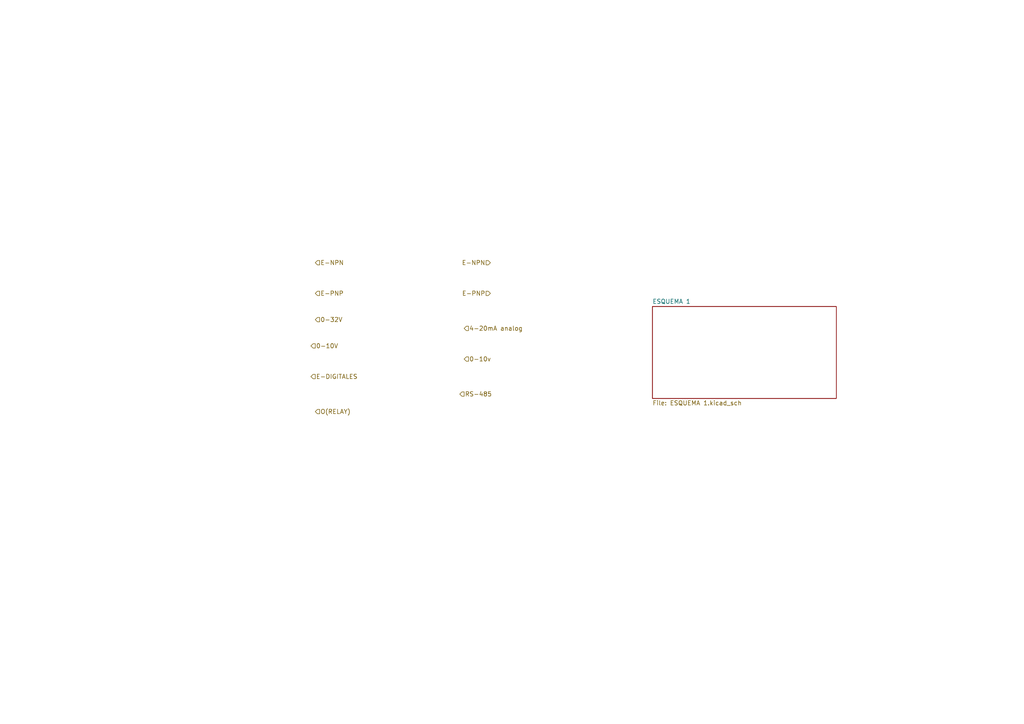
<source format=kicad_sch>
(kicad_sch
	(version 20250114)
	(generator "eeschema")
	(generator_version "9.0")
	(uuid "00ca4e1a-811e-4bd4-ad3c-254d96c11589")
	(paper "A4")
	(lib_symbols)
	(hierarchical_label "O(RELAY)"
		(shape input)
		(at 91.44 119.38 0)
		(effects
			(font
				(size 1.27 1.27)
			)
			(justify left)
		)
		(uuid "01bc4559-82bb-4845-a419-7fe69cc0a47b")
	)
	(hierarchical_label "0-10V"
		(shape input)
		(at 90.17 100.33 0)
		(effects
			(font
				(size 1.27 1.27)
			)
			(justify left)
		)
		(uuid "15582860-a756-4d5b-a26b-0d3aaa87f891")
	)
	(hierarchical_label "0-32V"
		(shape input)
		(at 91.44 92.71 0)
		(effects
			(font
				(size 1.27 1.27)
			)
			(justify left)
		)
		(uuid "4f6c2cc6-2bb3-41fa-af53-5eb302f0ef08")
	)
	(hierarchical_label "E-DIGITALES"
		(shape input)
		(at 90.17 109.22 0)
		(effects
			(font
				(size 1.27 1.27)
			)
			(justify left)
		)
		(uuid "60f1c7c5-09ad-405c-a7a6-7054fd9ae45c")
	)
	(hierarchical_label "E-NPN"
		(shape input)
		(at 91.44 76.2 0)
		(effects
			(font
				(size 1.27 1.27)
			)
			(justify left)
		)
		(uuid "72359ade-ceb0-4224-b0bf-be8f6fc26291")
	)
	(hierarchical_label "0-10v"
		(shape input)
		(at 134.62 104.14 0)
		(effects
			(font
				(size 1.27 1.27)
			)
			(justify left)
		)
		(uuid "990495b5-b01c-403b-939d-7cb4586af22c")
	)
	(hierarchical_label "E-PNP"
		(shape input)
		(at 142.24 85.09 180)
		(effects
			(font
				(size 1.27 1.27)
			)
			(justify right)
		)
		(uuid "b60ba53b-487d-48dd-97bc-53d92d3db3a3")
	)
	(hierarchical_label "RS-485"
		(shape input)
		(at 133.35 114.3 0)
		(effects
			(font
				(size 1.27 1.27)
			)
			(justify left)
		)
		(uuid "c7ffe607-ba4f-43b3-b6f6-39d705c79c7f")
	)
	(hierarchical_label "4-20mA analog"
		(shape input)
		(at 134.62 95.25 0)
		(effects
			(font
				(size 1.27 1.27)
			)
			(justify left)
		)
		(uuid "e01e7510-2c68-4e2b-98ea-75f3fb8b2bdb")
	)
	(hierarchical_label "E-PNP"
		(shape input)
		(at 91.44 85.09 0)
		(effects
			(font
				(size 1.27 1.27)
			)
			(justify left)
		)
		(uuid "e982304a-20ac-478f-a9d0-547ad959e439")
	)
	(hierarchical_label "E-NPN"
		(shape input)
		(at 142.24 76.2 180)
		(effects
			(font
				(size 1.27 1.27)
			)
			(justify right)
		)
		(uuid "ecdb165a-d5e3-4210-85e9-fc1f64259546")
	)
	(sheet
		(at 189.23 88.9)
		(size 53.34 26.67)
		(exclude_from_sim no)
		(in_bom yes)
		(on_board yes)
		(dnp no)
		(fields_autoplaced yes)
		(stroke
			(width 0.1524)
			(type solid)
		)
		(fill
			(color 0 0 0 0.0000)
		)
		(uuid "83b3c272-209d-443b-bedb-aad5f0cf5b30")
		(property "Sheetname" "ESQUEMA 1"
			(at 189.23 88.1884 0)
			(effects
				(font
					(size 1.27 1.27)
				)
				(justify left bottom)
			)
		)
		(property "Sheetfile" "ESQUEMA 1.kicad_sch"
			(at 189.23 116.1546 0)
			(effects
				(font
					(size 1.27 1.27)
				)
				(justify left top)
			)
		)
		(instances
			(project "PCB PICHARDO"
				(path "/a0ccc1c3-98b7-44b4-a982-09e3bf693e4b/5018ed5e-5c42-4257-b606-de8b41024f1a"
					(page "3")
				)
			)
		)
	)
)

</source>
